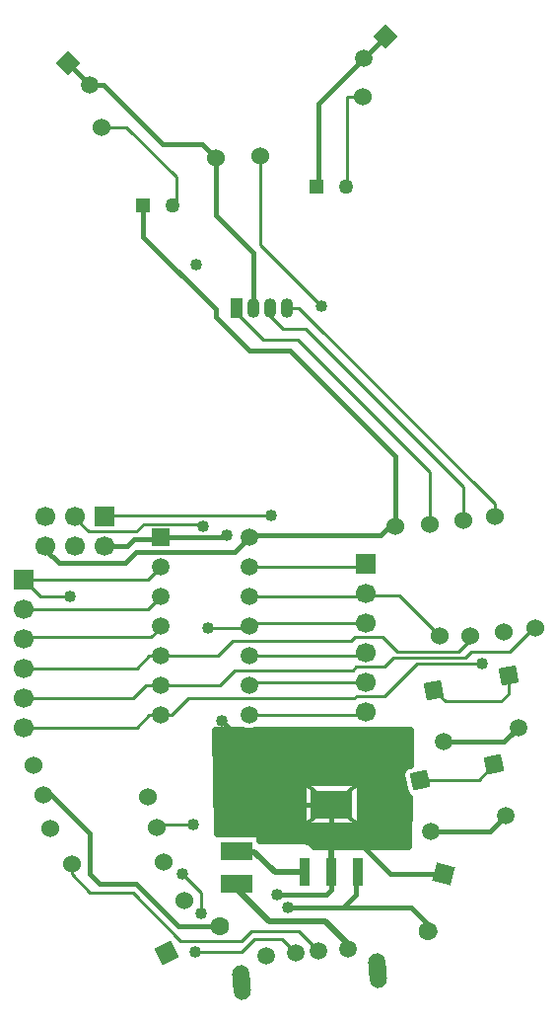
<source format=gbr>
G04 DipTrace 3.3.1.3*
G04 Bottom.gbr*
%MOIN*%
G04 #@! TF.FileFunction,Copper,L2,Bot*
G04 #@! TF.Part,Single*
%AMOUTLINE0*
4,1,4,
0.038575,0.022272,
0.022272,-0.038575,
-0.038575,-0.022272,
-0.022272,0.038575,
0.038575,0.022272,
0*%
%AMOUTLINE3*
4,1,4,
-0.042341,0.013828,
0.013828,0.042341,
0.042341,-0.013828,
-0.013828,-0.042341,
-0.042341,0.013828,
0*%
%AMOUTLINE6*
4,1,4,
0.0,-0.041759,
-0.041759,0.0,
0.0,0.041759,
0.041759,0.0,
0.0,-0.041759,
0*%
%AMOUTLINE9*
4,1,4,
-0.041759,0.0,
0.0,0.041759,
0.041759,0.0,
0.0,-0.041759,
-0.041759,0.0,
0*%
%AMOUTLINE12*
4,1,4,
-0.023433,-0.034563,
-0.034563,0.023433,
0.023433,0.034563,
0.034563,-0.023433,
-0.023433,-0.034563,
0*%
%AMOUTLINE15*
4,1,4,
-0.022755,-0.035014,
-0.035014,0.022755,
0.022755,0.035014,
0.035014,-0.022755,
-0.022755,-0.035014,
0*%
%AMOUTLINE18*
4,1,16,
-0.026997,-0.031857,
-0.023029,-0.044385,
-0.014018,-0.05395,
-0.001749,-0.058657,
0.011346,-0.057576,
0.022677,-0.05092,
0.029997,-0.040007,
0.031857,-0.026997,
0.026997,0.031857,
0.023029,0.044385,
0.014018,0.05395,
0.001749,0.058657,
-0.011346,0.057576,
-0.022677,0.05092,
-0.029997,0.040007,
-0.031857,0.026997,
-0.026997,-0.031857,
0*%
G04 #@! TA.AperFunction,Conductor*
%ADD13C,0.01*%
%ADD14C,0.015*%
%ADD15C,0.02*%
G04 #@! TA.AperFunction,CopperBalancing*
%ADD16C,0.025*%
%ADD17C,0.013*%
G04 #@! TA.AperFunction,ComponentPad*
%ADD18C,0.062992*%
%ADD19C,0.05*%
%ADD20R,0.05X0.05*%
%ADD21O,0.041339X0.066929*%
%ADD22R,0.041339X0.066929*%
%ADD23C,0.059055*%
%ADD24R,0.066929X0.066929*%
%ADD25C,0.066929*%
%ADD26C,0.06*%
%ADD27C,0.06*%
%ADD28R,0.106299X0.062992*%
G04 #@! TA.AperFunction,ComponentPad*
%ADD29C,0.059055*%
%ADD30R,0.059055X0.059055*%
%ADD32R,0.037402X0.096457*%
%ADD33R,0.139764X0.09252*%
G04 #@! TA.AperFunction,ViaPad*
%ADD34C,0.04*%
G04 #@! TA.AperFunction,ComponentPad*
%ADD86OUTLINE0*%
%ADD89OUTLINE3*%
%ADD92OUTLINE6*%
%ADD95OUTLINE9*%
%ADD98OUTLINE12*%
%ADD101OUTLINE15*%
%ADD104OUTLINE18*%
%FSLAX26Y26*%
G04*
G70*
G90*
G75*
G01*
G04 Bottom*
%LPD*%
X536956Y1374575D2*
D13*
X921339D1*
X963293Y1416529D1*
X1000852D1*
X1038285D1*
X1094592Y1472836D1*
X1657033D1*
X1663283Y1479086D1*
X1757023D1*
X1869511Y1591574D1*
X2088238D1*
X1300852Y1816529D2*
X1682522D1*
X1694146Y1828154D1*
Y1818550D1*
X1809044D1*
X1944419Y1683175D1*
X2177826Y1548537D2*
Y1488221D1*
X2151943Y1462338D1*
X1964474D1*
X1926507Y1500305D1*
X1694146Y1728154D2*
X1312477D1*
X1300852Y1716529D1*
X1879914Y1195250D2*
X2077119D1*
X2130245Y1248375D1*
X1300852Y1716529D2*
Y1710312D1*
X1163335D1*
X1113340Y1047881D2*
X988354D1*
Y1035382D1*
X536956Y1474575D2*
X908851D1*
X950805Y1516529D1*
X1000852D1*
X1200779D1*
X1250826Y1566577D1*
X1650784D1*
X1663283Y1579075D1*
X1757023D1*
X1788270Y1610322D1*
X2031994D1*
X2050742Y1629070D1*
X2181978D1*
X2262304Y1709396D1*
X2268792D1*
X1300852Y1916529D2*
X1682522D1*
X1694146Y1928154D1*
X1338317Y3303894D2*
Y3003926D1*
X1544545Y2797697D1*
X1300852Y1616529D2*
X1682522D1*
X1694146Y1628154D1*
Y1528154D2*
X1312477D1*
X1300852Y1516529D1*
X713393Y2085283D2*
Y2079012D1*
X757128Y2035277D1*
X919611D1*
X944608Y2060275D1*
X1138338D1*
X1144587Y2054025D1*
X1578981Y885398D2*
D14*
Y1113745D1*
Y885398D2*
Y857340D1*
X1575792Y854151D1*
Y999886D1*
X1657448D1*
X1777031Y880304D1*
X1958329D1*
X1959898Y1326315D2*
X2162985D1*
X2211217Y1374548D1*
X1916693Y1021944D2*
X2113898D1*
X2167024Y1075069D1*
X1000852Y2016529D2*
Y2010280D1*
X913361D1*
X888364Y1985283D1*
X813393D1*
X1207081Y1397844D2*
X1491180Y1113745D1*
X1578981D1*
X690183Y3615082D2*
X760894Y3544371D1*
X807333D1*
X1009149Y3342554D1*
X1143423D1*
X1188333Y3297645D1*
X1120801Y2937183D2*
Y2943432D1*
X1188333Y3297645D2*
Y3103915D1*
X1314473Y2977775D1*
Y2791284D1*
X1225829Y2022779D2*
X1219579Y2016529D1*
X1000852D1*
X1578981Y885398D2*
Y826094D1*
X1563293Y810406D1*
X1394561D1*
X1760280Y3705251D2*
X1689569Y3634540D1*
X1688112D1*
X1535029Y3481457D1*
Y3204104D1*
X1529321Y3198396D1*
X1300852Y2016529D2*
X1307102Y2022779D1*
X1744524D1*
X1788270Y2066524D1*
Y2047776D1*
X1800768D1*
X1794519Y2054025D1*
X1432057Y766661D2*
X1619537D1*
X1847725D1*
X1927268Y687117D1*
X1906565D1*
X1669532Y885398D2*
X1663283D1*
Y810406D1*
X1619537Y766661D1*
X613393Y1985283D2*
Y1972784D1*
X657138Y1929039D1*
X882115D1*
X919611Y1966535D1*
X1250857D1*
X1300852Y2016529D1*
X942791Y3136704D2*
Y3030741D1*
X1188333Y2785199D1*
Y2760201D1*
X1300821Y2647713D1*
X1438306D1*
X1794519Y2291501D1*
Y2054025D1*
X604464Y1147758D2*
X632254D1*
X763377Y1016634D1*
Y879149D1*
X794624Y847902D1*
X919611D1*
X1063346Y704167D1*
X1200831D1*
X801962Y3401172D2*
D13*
X885318D1*
X1054557Y3231934D1*
Y3148470D1*
X1042791Y3136704D1*
X1684726Y3503894D2*
X1633247D1*
Y3202322D1*
X1629321Y3198396D1*
X700650Y912078D2*
Y879382D1*
X763377Y816655D1*
X907112D1*
X1069595Y654172D1*
X1275823D1*
X1307070Y685419D1*
X1470243D1*
X1536739Y618923D1*
X536956Y1874575D2*
X958898D1*
X1000852Y1916529D1*
X694634Y1816550D2*
X594981D1*
X536956Y1874575D1*
Y1774575D2*
X958898D1*
X1000852Y1816529D1*
X1075844Y879149D2*
X1138338Y816655D1*
Y747913D1*
X1119590Y616676D2*
X1275823D1*
X1319569Y660422D1*
X1410288D1*
X1458267Y612444D1*
X1426973Y2791284D2*
X1469717D1*
X2131983Y2129018D1*
Y2085272D1*
X1370724Y2791284D2*
Y2764053D1*
X1415558Y2719218D1*
X1491788D1*
X2025745Y2185262D1*
Y2072773D1*
X1000852Y1716529D2*
Y1710312D1*
X969606Y1679065D1*
X541445D1*
X536956Y1674575D1*
X1258224Y2791284D2*
Y2774577D1*
X1349878Y2682922D1*
X1465591D1*
X1913256Y2235256D1*
Y2060275D1*
X1634831Y627023D2*
Y642090D1*
D15*
X1558255Y718666D1*
X1367564D1*
X1257075Y829154D1*
Y847902D1*
X1488430Y885398D2*
X1388312D1*
X1319569Y954141D1*
X1232078D1*
X1219579Y966640D1*
D13*
X1257075D1*
Y958138D1*
X1300852Y1416529D2*
X1682522D1*
X1694146Y1428154D1*
X813393Y2085283D2*
Y2091522D1*
X1375813D1*
X536956Y1574575D2*
X921360D1*
X963314Y1616529D1*
X1000852D1*
X1194540D1*
X1244577Y1666566D1*
X1644535D1*
X1657033Y1679065D1*
X1750773D1*
X1800768Y1629070D1*
X2006997D1*
X2044493Y1666566D1*
Y1684398D1*
X2050065D1*
D34*
X2088238Y1591574D3*
X1163335Y1710312D3*
X1113340Y1047881D3*
X1544545Y2797697D3*
X1144587Y2054025D3*
X1207081Y1397844D3*
X1120801Y2937183D3*
X1225829Y2022779D3*
X1394561Y810406D3*
X1432057Y766661D3*
X694634Y1816550D3*
X1075844Y879149D3*
X1138338Y747913D3*
X1119590Y616676D3*
X1375813Y2091522D3*
X1192602Y1337478D2*
D16*
X1842667D1*
X1192997Y1312609D2*
X1842272D1*
X1193355Y1287741D2*
X1841914D1*
X1193750Y1262872D2*
X1841519D1*
X1194108Y1238003D2*
X1822106D1*
X1194503Y1213134D2*
X1814318D1*
X1194861Y1188266D2*
X1478083D1*
X1679873D2*
X1819594D1*
X1195256Y1163397D2*
X1478083D1*
X1679873D2*
X1824868D1*
X1195616Y1138528D2*
X1478083D1*
X1679873D2*
X1836208D1*
X1196010Y1113659D2*
X1478083D1*
X1679873D2*
X1839258D1*
X1196369Y1088791D2*
X1478083D1*
X1679873D2*
X1838899D1*
X1196764Y1063922D2*
X1478083D1*
X1679873D2*
X1838504D1*
X1197123Y1039053D2*
X1478083D1*
X1679873D2*
X1838146D1*
X1341234Y1014184D2*
X1837751D1*
X1506588Y989315D2*
X1837392D1*
X1194982Y1018134D2*
X1338725D1*
Y992621D1*
X1491451Y992523D1*
X1497418Y991577D1*
X1503163Y989710D1*
X1508546Y986968D1*
X1513434Y983417D1*
X1517705Y979145D1*
X1519583Y976760D1*
X1523190Y974890D1*
X1839653D1*
X1842104Y1136060D1*
X1838083Y1139061D1*
X1835006Y1142305D1*
X1832474Y1145993D1*
X1830550Y1150029D1*
X1829280Y1154326D1*
X1816644Y1214292D1*
X1816411Y1218758D1*
X1816880Y1223205D1*
X1818039Y1227525D1*
X1819859Y1231611D1*
X1822296Y1235360D1*
X1825289Y1238683D1*
X1828766Y1241497D1*
X1832640Y1243730D1*
X1836815Y1245333D1*
X1843793Y1246903D1*
X1845532Y1362319D1*
X1321648Y1362347D1*
X1314398Y1360106D1*
X1305405Y1358680D1*
X1296300D1*
X1287306Y1360106D1*
X1280199Y1362346D1*
X1189737Y1362347D1*
X1194952Y1018137D1*
X1482436Y1188504D2*
X1677363D1*
Y1038985D1*
X1480599D1*
Y1188504D1*
X1482436D1*
X1480628Y1188482D2*
D17*
X1677334Y1039006D1*
Y1188482D2*
X1480628Y1039006D1*
D18*
X1906565Y687117D3*
D86*
X1958329Y880304D3*
D18*
X1200831Y704167D3*
D89*
X1022493Y613637D3*
D19*
X1042791Y3136704D3*
D20*
X942791D3*
D19*
X1629321Y3198396D3*
D20*
X1529321D3*
D21*
X1426973Y2791284D3*
X1314473D3*
D22*
X1258224D3*
D21*
X1370724D3*
D92*
X690183Y3615082D3*
D23*
X760894Y3544371D3*
D95*
X1760280Y3705251D3*
D23*
X1689569Y3634540D3*
D24*
X1694146Y1928154D3*
D25*
Y1828154D3*
Y1728154D3*
Y1628154D3*
Y1528154D3*
Y1428154D3*
D24*
X536956Y1874575D3*
D25*
Y1774575D3*
Y1674575D3*
Y1574575D3*
Y1474575D3*
Y1374575D3*
D24*
X813393Y2085283D3*
D25*
Y1985283D3*
X713393Y2085283D3*
Y1985283D3*
X613393Y2085283D3*
Y1985283D3*
D26*
X1188333Y3297645D3*
D27*
X801962Y3401172D3*
D26*
X1338317Y3303894D3*
D27*
X1684726Y3503894D3*
D26*
X988354Y1035382D3*
D27*
X604464Y1147758D3*
D26*
X1794519Y2054025D3*
D27*
X1944419Y1683175D3*
D26*
X1082094Y791658D3*
D27*
X700650Y912078D3*
D26*
X1010760Y919497D3*
D27*
X627157Y1032843D3*
D26*
X957107Y1141621D3*
D27*
X570852Y1245582D3*
D28*
X1257075Y847902D3*
Y958138D3*
D26*
X2131983Y2085272D3*
D27*
X2268792Y1709396D3*
D26*
X2025745Y2072773D3*
D27*
X2162553Y1696897D3*
D26*
X1913256Y2060275D3*
D27*
X2050065Y1684398D3*
D98*
X1926507Y1500305D3*
D29*
X1959898Y1326315D3*
X2211217Y1374547D3*
D98*
X2177826Y1548537D3*
D101*
X1879915Y1195249D3*
D29*
X1916693Y1021943D3*
X2167024Y1075069D3*
D101*
X2130245Y1248375D3*
D30*
X1000852Y2016529D3*
D23*
Y1916529D3*
Y1816529D3*
Y1716529D3*
Y1616529D3*
Y1516529D3*
Y1416529D3*
X1300852D3*
Y1516529D3*
Y1616529D3*
Y1716529D3*
Y1816529D3*
Y1916529D3*
Y2016529D3*
D32*
X1669532Y885398D3*
X1578981D3*
X1488430D3*
D33*
X1578981Y1113745D3*
D23*
X1458266Y612444D3*
X1536739Y618925D3*
X1634830Y627023D3*
X1360175Y604346D3*
D104*
X1274772Y514335D3*
X1733839Y552240D3*
M02*

</source>
